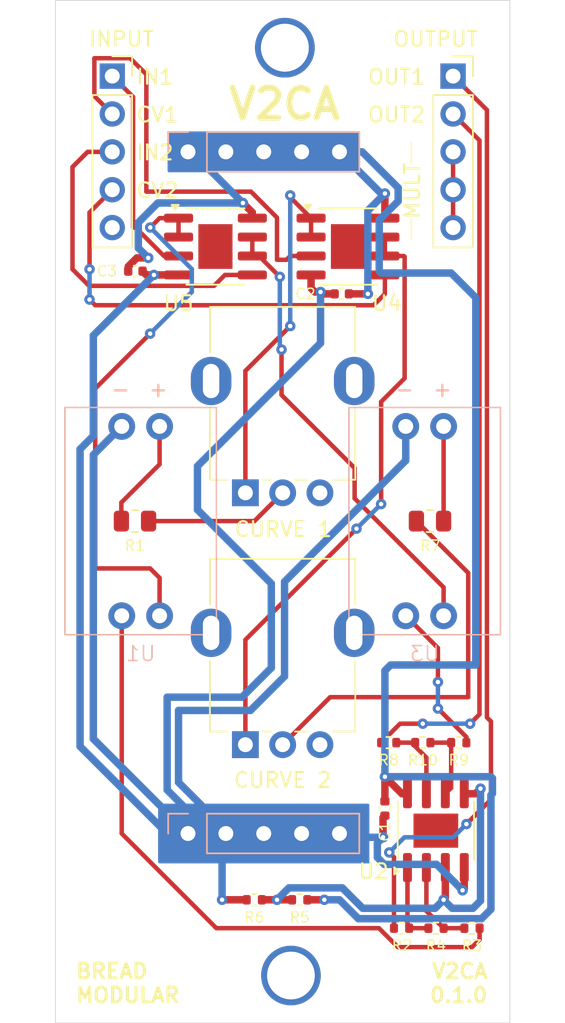
<source format=kicad_pcb>
(kicad_pcb (version 20240108) (generator "pcbnew") (generator_version "8.0")
  (layers (0 "F.Cu" signal) (31 "B.Cu" signal) (34 "B.Paste" user) (35 "F.Paste" user) (36 "B.SilkS" user "B.Silkscreen") (37 "F.SilkS" user "F.Silkscreen") (38 "B.Mask" user) (39 "F.Mask" user) (44 "Edge.Cuts" user))
  (net 0 "")
  (net 1 "GND")
  (net 2 "+5V")
  (net 3 "V2_IN")
  (net 4 "CV2_IN")
  (net 5 "V1_IN")
  (net 6 "CV1_IN")
  (net 8 "V2_OUT")
  (net 9 "Net-(OUTPUT1-Pin_3)")
  (net 10 "V1_OUT")
  (net 11 "Net-(R1-Pad1)")
  (net 12 "Net-(U1-+)")
  (net 13 "Net-(R2-Pad1)")
  (net 14 "Net-(R3-Pad1)")
  (net 15 "Net-(U2A--)")
  (net 16 "+2.5V")
  (net 17 "Net-(R7-Pad1)")
  (net 18 "Net-(U3-+)")
  (net 19 "Net-(R10-Pad2)")
  (net 20 "Net-(U2B--)")
  (net 21 "Net-(R9-Pad1)")
  (net 23 "Net-(U4A--)")
  (net 25 "Net-(U4B--)")
  (net 26 "Net-(U5A--)")
  (net 27 "Net-(U5B--)")
  (footprint "Capacitor_SMD:C_0402_1005Metric" (layer "F.Cu") (at 52.352 58.801)
    (property "Reference" "C3" (at -1.905 0 360) (layer "F.SilkS") (effects (font (size 0.7 0.7) (thickness 0.1))))
    (property "Value" "0.1uf")
    (fp_line (start -0.107836 -0.36) (end 0.107836 -0.36) (stroke (width 0.12)) (layer "F.SilkS"))
    (fp_line (start -0.107836 0.36) (end 0.107836 0.36) (stroke (width 0.12)) (layer "F.SilkS"))
    (pad "1" smd roundrect (at -0.48 0) (size 0.56 0.62) (layers "F.Cu" "F.Paste" "F.Mask") (net 2 "+5V"))
    (pad "2" smd roundrect (at 0.48 0) (size 0.56 0.62) (layers "F.Cu" "F.Paste" "F.Mask") (net 1 "GND"))
  )
  (footprint "Resistor_SMD:R_0402_1005Metric" (layer "F.Cu") (at 74.041 90.424 180)
    (property "Reference" "R9" (at 0 -1.17 360) (layer "F.SilkS") (effects (font (size 0.7 0.7) (thickness 0.1))))
    (property "Value" "10k")
    (fp_line (start -0.153641 0.38) (end 0.153641 0.38) (stroke (width 0.12)) (layer "F.SilkS"))
    (fp_line (start -0.153641 -0.38) (end 0.153641 -0.38) (stroke (width 0.12)) (layer "F.SilkS"))
    (pad "1" smd roundrect (at -0.51 0 180) (size 0.54 0.64) (layers "F.Cu" "F.Paste" "F.Mask") (net 21 "Net-(R9-Pad1)"))
    (pad "2" smd roundrect (at 0.51 0 180) (size 0.54 0.64) (layers "F.Cu" "F.Paste" "F.Mask") (net 20 "Net-(U2B--)"))
  )
  (footprint "BreadModular_Pots:Potentiometer_RV09" (layer "F.Cu") (at 59.73 73.67 90)
    (property "Reference" "RV1")
    (property "Value" "50k")
    (fp_line (start 0.88 -2.38) (end 5.6 -2.38) (stroke (width 0.12)) (layer "F.SilkS"))
    (fp_line (start 9.41 -2.37) (end 12.47 -2.37) (stroke (width 0.12)) (layer "F.SilkS"))
    (fp_line (start 0.88 -1.19) (end 0.88 -2.37) (stroke (width 0.12)) (layer "F.SilkS"))
    (fp_line (start 0.88 1.71) (end 0.88 1.18) (stroke (width 0.12)) (layer "F.SilkS"))
    (fp_line (start 0.88 4.16) (end 0.88 3.33) (stroke (width 0.12)) (layer "F.SilkS"))
    (fp_line (start 12.47 7.37) (end 12.47 -2.37) (stroke (width 0.12)) (layer "F.SilkS"))
    (fp_line (start 9.41 7.37) (end 12.47 7.37) (stroke (width 0.12)) (layer "F.SilkS"))
    (fp_line (start 0.88 7.37) (end 0.88 5.88) (stroke (width 0.12)) (layer "F.SilkS"))
    (fp_line (start 0.88 7.37) (end 5.6 7.37) (stroke (width 0.12)) (layer "F.SilkS"))
    (pad "" thru_hole oval (at 7.5 -2.3 180) (size 2.72 3.24) (drill oval 1.1 2.3) (layers "*.Cu" "*.Mask"))
    (pad "" thru_hole oval (at 7.5 7.3 180) (size 2.72 3.24) (drill oval 1.1 2.3) (layers "*.Cu" "*.Mask"))
    (pad "1" thru_hole rect (at 0 0 180) (size 1.8 1.8) (drill 1) (layers "*.Cu" "*.Mask") (net 23 "Net-(U4A--)"))
    (pad "2" thru_hole circle (at 0 2.5 180) (size 1.8 1.8) (drill 1) (layers "*.Cu" "*.Mask") (net 11 "Net-(R1-Pad1)"))
    (pad "3" thru_hole circle (at 0 5 180) (size 1.8 1.8) (drill 1) (layers "*.Cu" "*.Mask"))
  )
  (footprint "Resistor_SMD:R_0402_1005Metric" (layer "F.Cu") (at 71.63 90.424 180)
    (property "Reference" "R10" (at 0 -1.17 360) (layer "F.SilkS") (effects (font (size 0.7 0.7) (thickness 0.1))))
    (property "Value" "10k")
    (fp_line (start -0.153641 0.38) (end 0.153641 0.38) (stroke (width 0.12)) (layer "F.SilkS"))
    (fp_line (start -0.153641 -0.38) (end 0.153641 -0.38) (stroke (width 0.12)) (layer "F.SilkS"))
    (pad "1" smd roundrect (at -0.51 0 180) (size 0.54 0.64) (layers "F.Cu" "F.Paste" "F.Mask") (net 20 "Net-(U2B--)"))
    (pad "2" smd roundrect (at 0.51 0 180) (size 0.54 0.64) (layers "F.Cu" "F.Paste" "F.Mask") (net 19 "Net-(R10-Pad2)"))
  )
  (footprint "Package_SO:SOIC-8-1EP_3.9x4.9mm_P1.27mm_EP2.29x3mm" (layer "F.Cu") (at 57.72 57.15)
    (property "Reference" "U5" (at -2.475 3.81 0) (layer "F.SilkS"))
    (property "Value" "MCP6002-xSN")
    (fp_line (start 0 -2.56) (end -1.95 -2.56) (stroke (width 0.12)) (layer "F.SilkS"))
    (fp_line (start 0 -2.56) (end 1.95 -2.56) (stroke (width 0.12)) (layer "F.SilkS"))
    (fp_line (start 0 2.56) (end -1.95 2.56) (stroke (width 0.12)) (layer "F.SilkS"))
    (fp_line (start 0 2.56) (end 1.95 2.56) (stroke (width 0.12)) (layer "F.SilkS"))
    (fp_poly (pts (xy -2.7 -2.465) (xy -2.94 -2.795) (xy -2.46 -2.795) (xy -2.7 -2.465)) (stroke (width 0.12)) (fill solid) (layer "F.SilkS"))
    (pad "1" smd roundrect (at -2.475 -1.905) (size 1.95 0.6) (layers "F.Cu" "F.Paste" "F.Mask") (net 26 "Net-(U5A--)"))
    (pad "2" smd roundrect (at -2.475 -0.635) (size 1.95 0.6) (layers "F.Cu" "F.Paste" "F.Mask") (net 26 "Net-(U5A--)"))
    (pad "3" smd roundrect (at -2.475 0.635) (size 1.95 0.6) (layers "F.Cu" "F.Paste" "F.Mask") (net 5 "V1_IN"))
    (pad "4" smd roundrect (at -2.475 1.905) (size 1.95 0.6) (layers "F.Cu" "F.Paste" "F.Mask") (net 1 "GND"))
    (pad "5" smd roundrect (at 2.475 1.905) (size 1.95 0.6) (layers "F.Cu" "F.Paste" "F.Mask") (net 3 "V2_IN"))
    (pad "6" smd roundrect (at 2.475 0.635) (size 1.95 0.6) (layers "F.Cu" "F.Paste" "F.Mask") (net 27 "Net-(U5B--)"))
    (pad "7" smd roundrect (at 2.475 -0.635) (size 1.95 0.6) (layers "F.Cu" "F.Paste" "F.Mask") (net 27 "Net-(U5B--)"))
    (pad "8" smd roundrect (at 2.475 -1.905) (size 1.95 0.6) (layers "F.Cu" "F.Paste" "F.Mask") (net 2 "+5V"))
    (pad "9" smd rect (at 0 0) (size 2.29 3) (property pad_prop_heatsink) (layers "F.Cu" "F.Mask"))
  )
  (footprint "Connector_PinSocket_2.54mm:PinSocket_1x05_P2.54mm_Vertical" (layer "F.Cu") (at 73.66 45.72)
    (property "Reference" "OUTPUT1")
    (property "Value" "Conn_01x05_Socket")
    (fp_line (start -1.33 1.27) (end -1.33 11.49) (stroke (width 0.12)) (layer "F.SilkS"))
    (fp_line (start -1.33 1.27) (end 1.33 1.27) (stroke (width 0.12)) (layer "F.SilkS"))
    (fp_line (start -1.33 11.49) (end 1.33 11.49) (stroke (width 0.12)) (layer "F.SilkS"))
    (fp_line (start 0 -1.33) (end 1.33 -1.33) (stroke (width 0.12)) (layer "F.SilkS"))
    (fp_line (start 1.33 -1.33) (end 1.33 0) (stroke (width 0.12)) (layer "F.SilkS"))
    (fp_line (start 1.33 1.27) (end 1.33 11.49) (stroke (width 0.12)) (layer "F.SilkS"))
    (pad "1" thru_hole rect (at 0 0) (size 1.7 1.7) (drill 1) (layers "*.Cu" "*.Mask") (net 10 "V1_OUT"))
    (pad "2" thru_hole oval (at 0 2.54) (size 1.7 1.7) (drill 1) (layers "*.Cu" "*.Mask") (net 8 "V2_OUT"))
    (pad "3" thru_hole oval (at 0 5.08) (size 1.7 1.7) (drill 1) (layers "*.Cu" "*.Mask") (net 9 "Net-(OUTPUT1-Pin_3)"))
    (pad "4" thru_hole oval (at 0 7.62) (size 1.7 1.7) (drill 1) (layers "*.Cu" "*.Mask") (net 9 "Net-(OUTPUT1-Pin_3)"))
    (pad "5" thru_hole oval (at 0 10.16) (size 1.7 1.7) (drill 1) (layers "*.Cu" "*.Mask") (net 9 "Net-(OUTPUT1-Pin_3)"))
  )
  (footprint "Resistor_SMD:R_0402_1005Metric" (layer "F.Cu") (at 60.327 100.965 180)
    (property "Reference" "R6" (at 0 -1.17 360) (layer "F.SilkS") (effects (font (size 0.7 0.7) (thickness 0.1))))
    (property "Value" "1k")
    (fp_line (start -0.153641 0.38) (end 0.153641 0.38) (stroke (width 0.12)) (layer "F.SilkS"))
    (fp_line (start -0.153641 -0.38) (end 0.153641 -0.38) (stroke (width 0.12)) (layer "F.SilkS"))
    (pad "1" smd roundrect (at -0.51 0 180) (size 0.54 0.64) (layers "F.Cu" "F.Paste" "F.Mask") (net 16 "+2.5V"))
    (pad "2" smd roundrect (at 0.51 0 180) (size 0.54 0.64) (layers "F.Cu" "F.Paste" "F.Mask") (net 1 "GND"))
  )
  (footprint "Connector_PinSocket_2.54mm:PinSocket_1x05_P2.54mm_Vertical" (layer "F.Cu") (at 50.8 45.72)
    (property "Reference" "INPUT1")
    (property "Value" "Conn_01x05_Socket")
    (fp_line (start -1.33 1.27) (end -1.33 11.49) (stroke (width 0.12)) (layer "F.SilkS"))
    (fp_line (start -1.33 1.27) (end 1.33 1.27) (stroke (width 0.12)) (layer "F.SilkS"))
    (fp_line (start -1.33 11.49) (end 1.33 11.49) (stroke (width 0.12)) (layer "F.SilkS"))
    (fp_line (start 0 -1.33) (end 1.33 -1.33) (stroke (width 0.12)) (layer "F.SilkS"))
    (fp_line (start 1.33 -1.33) (end 1.33 0) (stroke (width 0.12)) (layer "F.SilkS"))
    (fp_line (start 1.33 1.27) (end 1.33 11.49) (stroke (width 0.12)) (layer "F.SilkS"))
    (pad "1" thru_hole rect (at 0 0) (size 1.7 1.7) (drill 1) (layers "*.Cu" "*.Mask") (net 5 "V1_IN"))
    (pad "2" thru_hole oval (at 0 2.54) (size 1.7 1.7) (drill 1) (layers "*.Cu" "*.Mask") (net 6 "CV1_IN"))
    (pad "3" thru_hole oval (at 0 5.08) (size 1.7 1.7) (drill 1) (layers "*.Cu" "*.Mask") (net 3 "V2_IN"))
    (pad "4" thru_hole oval (at 0 7.62) (size 1.7 1.7) (drill 1) (layers "*.Cu" "*.Mask") (net 4 "CV2_IN"))
    (pad "5" thru_hole oval (at 0 10.16) (size 1.7 1.7) (drill 1) (layers "*.Cu" "*.Mask"))
  )
  (footprint "Resistor_SMD:R_0402_1005Metric" (layer "F.Cu") (at 69.342 90.424 180)
    (property "Reference" "R8" (at 0 -1.17 360) (layer "F.SilkS") (effects (font (size 0.7 0.7) (thickness 0.1))))
    (property "Value" "1k")
    (fp_line (start -0.153641 0.38) (end 0.153641 0.38) (stroke (width 0.12)) (layer "F.SilkS"))
    (fp_line (start -0.153641 -0.38) (end 0.153641 -0.38) (stroke (width 0.12)) (layer "F.SilkS"))
    (pad "1" smd roundrect (at -0.51 0 180) (size 0.54 0.64) (layers "F.Cu" "F.Paste" "F.Mask") (net 19 "Net-(R10-Pad2)"))
    (pad "2" smd roundrect (at 0.51 0 180) (size 0.54 0.64) (layers "F.Cu" "F.Paste" "F.Mask") (net 8 "V2_OUT"))
  )
  (footprint "Capacitor_SMD:C_0402_1005Metric" (layer "F.Cu") (at 66.195 60.325 180)
    (property "Reference" "C2" (at 2.441 0 360) (layer "F.SilkS") (effects (font (size 0.7 0.7) (thickness 0.1))))
    (property "Value" "0.1uf")
    (fp_line (start -0.107836 0.36) (end 0.107836 0.36) (stroke (width 0.12)) (layer "F.SilkS"))
    (fp_line (start -0.107836 -0.36) (end 0.107836 -0.36) (stroke (width 0.12)) (layer "F.SilkS"))
    (pad "1" smd roundrect (at -0.48 0 180) (size 0.56 0.62) (layers "F.Cu" "F.Paste" "F.Mask") (net 2 "+5V"))
    (pad "2" smd roundrect (at 0.48 0 180) (size 0.56 0.62) (layers "F.Cu" "F.Paste" "F.Mask") (net 1 "GND"))
  )
  (footprint "Capacitor_SMD:C_0402_1005Metric" (layer "F.Cu") (at 69.088 94.841 -90)
    (property "Reference" "C1" (at 1.552 0 90) (layer "F.SilkS") (effects (font (size 0.7 0.7) (thickness 0.1))))
    (property "Value" "0.1uf")
    (fp_line (start -0.107836 0.36) (end 0.107836 0.36) (stroke (width 0.12)) (layer "F.SilkS"))
    (fp_line (start -0.107836 -0.36) (end 0.107836 -0.36) (stroke (width 0.12)) (layer "F.SilkS"))
    (pad "1" smd roundrect (at -0.48 0 270) (size 0.56 0.62) (layers "F.Cu" "F.Paste" "F.Mask") (net 2 "+5V"))
    (pad "2" smd roundrect (at 0.48 0 270) (size 0.56 0.62) (layers "F.Cu" "F.Paste" "F.Mask") (net 1 "GND"))
  )
  (footprint "Resistor_SMD:R_0402_1005Metric" (layer "F.Cu") (at 74.928 102.87 180)
    (property "Reference" "R3" (at 0 -1.17 360) (layer "F.SilkS") (effects (font (size 0.7 0.7) (thickness 0.1))))
    (property "Value" "10k")
    (fp_line (start -0.153641 0.38) (end 0.153641 0.38) (stroke (width 0.12)) (layer "F.SilkS"))
    (fp_line (start -0.153641 -0.38) (end 0.153641 -0.38) (stroke (width 0.12)) (layer "F.SilkS"))
    (pad "1" smd roundrect (at -0.51 0 180) (size 0.54 0.64) (layers "F.Cu" "F.Paste" "F.Mask") (net 14 "Net-(R3-Pad1)"))
    (pad "2" smd roundrect (at 0.51 0 180) (size 0.54 0.64) (layers "F.Cu" "F.Paste" "F.Mask") (net 15 "Net-(U2A--)"))
  )
  (footprint "Resistor_SMD:R_0402_1005Metric" (layer "F.Cu") (at 63.373 100.965 180)
    (property "Reference" "R5" (at 0 -1.17 360) (layer "F.SilkS") (effects (font (size 0.7 0.7) (thickness 0.1))))
    (property "Value" "1k")
    (fp_line (start -0.153641 0.38) (end 0.153641 0.38) (stroke (width 0.12)) (layer "F.SilkS"))
    (fp_line (start -0.153641 -0.38) (end 0.153641 -0.38) (stroke (width 0.12)) (layer "F.SilkS"))
    (pad "1" smd roundrect (at -0.51 0 180) (size 0.54 0.64) (layers "F.Cu" "F.Paste" "F.Mask") (net 2 "+5V"))
    (pad "2" smd roundrect (at 0.51 0 180) (size 0.54 0.64) (layers "F.Cu" "F.Paste" "F.Mask") (net 16 "+2.5V"))
  )
  (footprint "Package_SO:SOIC-8-1EP_3.9x4.9mm_P1.27mm_EP2.29x3mm" (layer "F.Cu") (at 72.505 96.328 90)
    (property "Reference" "U2" (at -2.732 -4.179 180) (layer "F.SilkS"))
    (property "Value" "MCP6002-xSN")
    (fp_line (start 0 -2.56) (end 1.95 -2.56) (stroke (width 0.12)) (layer "F.SilkS"))
    (fp_line (start 0 -2.56) (end -1.95 -2.56) (stroke (width 0.12)) (layer "F.SilkS"))
    (fp_line (start 0 2.56) (end 1.95 2.56) (stroke (width 0.12)) (layer "F.SilkS"))
    (fp_line (start 0 2.56) (end -1.95 2.56) (stroke (width 0.12)) (layer "F.SilkS"))
    (fp_poly (pts (xy -2.7 -2.465) (xy -2.94 -2.795) (xy -2.46 -2.795) (xy -2.7 -2.465)) (stroke (width 0.12)) (fill solid) (layer "F.SilkS"))
    (pad "1" smd roundrect (at -2.475 -1.905 90) (size 1.95 0.6) (layers "F.Cu" "F.Paste" "F.Mask") (net 13 "Net-(R2-Pad1)"))
    (pad "2" smd roundrect (at -2.475 -0.635 90) (size 1.95 0.6) (layers "F.Cu" "F.Paste" "F.Mask") (net 15 "Net-(U2A--)"))
    (pad "3" smd roundrect (at -2.475 0.635 90) (size 1.95 0.6) (layers "F.Cu" "F.Paste" "F.Mask") (net 16 "+2.5V"))
    (pad "4" smd roundrect (at -2.475 1.905 90) (size 1.95 0.6) (layers "F.Cu" "F.Paste" "F.Mask") (net 1 "GND"))
    (pad "5" smd roundrect (at 2.475 1.905 90) (size 1.95 0.6) (layers "F.Cu" "F.Paste" "F.Mask") (net 16 "+2.5V"))
    (pad "6" smd roundrect (at 2.475 0.635 90) (size 1.95 0.6) (layers "F.Cu" "F.Paste" "F.Mask") (net 20 "Net-(U2B--)"))
    (pad "7" smd roundrect (at 2.475 -0.635 90) (size 1.95 0.6) (layers "F.Cu" "F.Paste" "F.Mask") (net 19 "Net-(R10-Pad2)"))
    (pad "8" smd roundrect (at 2.475 -1.905 90) (size 1.95 0.6) (layers "F.Cu" "F.Paste" "F.Mask") (net 2 "+5V"))
    (pad "9" smd rect (at 0 0 90) (size 2.29 3) (property pad_prop_heatsink) (layers "F.Cu" "F.Mask"))
  )
  (footprint "BreadModular_Pots:Potentiometer_RV09" (layer "F.Cu") (at 59.73 90.561 90)
    (property "Reference" "RV2")
    (property "Value" "50k")
    (fp_line (start 0.88 -2.38) (end 5.6 -2.38) (stroke (width 0.12)) (layer "F.SilkS"))
    (fp_line (start 9.41 -2.37) (end 12.47 -2.37) (stroke (width 0.12)) (layer "F.SilkS"))
    (fp_line (start 0.88 -1.19) (end 0.88 -2.37) (stroke (width 0.12)) (layer "F.SilkS"))
    (fp_line (start 0.88 1.71) (end 0.88 1.18) (stroke (width 0.12)) (layer "F.SilkS"))
    (fp_line (start 0.88 4.16) (end 0.88 3.33) (stroke (width 0.12)) (layer "F.SilkS"))
    (fp_line (start 12.47 7.37) (end 12.47 -2.37) (stroke (width 0.12)) (layer "F.SilkS"))
    (fp_line (start 9.41 7.37) (end 12.47 7.37) (stroke (width 0.12)) (layer "F.SilkS"))
    (fp_line (start 0.88 7.37) (end 0.88 5.88) (stroke (width 0.12)) (layer "F.SilkS"))
    (fp_line (start 0.88 7.37) (end 5.6 7.37) (stroke (width 0.12)) (layer "F.SilkS"))
    (pad "" thru_hole oval (at 7.5 -2.3 180) (size 2.72 3.24) (drill oval 1.1 2.3) (layers "*.Cu" "*.Mask"))
    (pad "" thru_hole oval (at 7.5 7.3 180) (size 2.72 3.24) (drill oval 1.1 2.3) (layers "*.Cu" "*.Mask"))
    (pad "1" thru_hole rect (at 0 0 180) (size 1.8 1.8) (drill 1) (layers "*.Cu" "*.Mask") (net 25 "Net-(U4B--)"))
    (pad "2" thru_hole circle (at 0 2.5 180) (size 1.8 1.8) (drill 1) (layers "*.Cu" "*.Mask") (net 17 "Net-(R7-Pad1)"))
    (pad "3" thru_hole circle (at 0 5 180) (size 1.8 1.8) (drill 1) (layers "*.Cu" "*.Mask"))
  )
  (footprint "Resistor_SMD:R_0402_1005Metric" (layer "F.Cu") (at 70.205 102.867 180)
    (property "Reference" "R2" (at -0.026 -1.146 360) (layer "F.SilkS") (effects (font (size 0.7 0.7) (thickness 0.1))))
    (property "Value" "1k")
    (fp_line (start -0.153641 0.38) (end 0.153641 0.38) (stroke (width 0.12)) (layer "F.SilkS"))
    (fp_line (start -0.153641 -0.38) (end 0.153641 -0.38) (stroke (width 0.12)) (layer "F.SilkS"))
    (pad "1" smd roundrect (at -0.51 0 180) (size 0.54 0.64) (layers "F.Cu" "F.Paste" "F.Mask") (net 13 "Net-(R2-Pad1)"))
    (pad "2" smd roundrect (at 0.51 0 180) (size 0.54 0.64) (layers "F.Cu" "F.Paste" "F.Mask") (net 10 "V1_OUT"))
  )
  (footprint "Resistor_SMD:R_0805_2012Metric" (layer "F.Cu") (at 72.1125 75.565)
    (property "Reference" "R7" (at 0.0235 1.651 0) (layer "F.SilkS") (effects (font (size 0.7 0.7) (thickness 0.1))))
    (property "Value" "330")
    (fp_line (start -0.227064 -0.735) (end 0.227064 -0.735) (stroke (width 0.12)) (layer "F.SilkS"))
    (fp_line (start -0.227064 0.735) (end 0.227064 0.735) (stroke (width 0.12)) (layer "F.SilkS"))
    (pad "1" smd roundrect (at -0.9125 0) (size 1.025 1.4) (layers "F.Cu" "F.Paste" "F.Mask") (roundrect_rratio 0.243902) (net 17 "Net-(R7-Pad1)"))
    (pad "2" smd roundrect (at 0.9125 0) (size 1.025 1.4) (layers "F.Cu" "F.Paste" "F.Mask") (roundrect_rratio 0.243902) (net 18 "Net-(U3-+)"))
  )
  (footprint "Resistor_SMD:R_0805_2012Metric" (layer "F.Cu") (at 52.324 75.565 180)
    (property "Reference" "R1" (at 0 -1.65 0) (layer "F.SilkS") (effects (font (size 0.7 0.7) (thickness 0.1))))
    (property "Value" "330")
    (fp_line (start -0.227064 0.735) (end 0.227064 0.735) (stroke (width 0.12)) (layer "F.SilkS"))
    (fp_line (start -0.227064 -0.735) (end 0.227064 -0.735) (stroke (width 0.12)) (layer "F.SilkS"))
    (pad "1" smd roundrect (at -0.9125 0 180) (size 1.025 1.4) (layers "F.Cu" "F.Paste" "F.Mask") (roundrect_rratio 0.243902) (net 11 "Net-(R1-Pad1)"))
    (pad "2" smd roundrect (at 0.9125 0 180) (size 1.025 1.4) (layers "F.Cu" "F.Paste" "F.Mask") (roundrect_rratio 0.243902) (net 12 "Net-(U1-+)"))
  )
  (footprint "Package_SO:SOIC-8-1EP_3.9x4.9mm_P1.27mm_EP2.29x3mm" (layer "F.Cu") (at 66.61 57.15)
    (property "Reference" "U4" (at 2.605 3.81 0) (layer "F.SilkS"))
    (property "Value" "MCP6002-xSN")
    (fp_line (start 0 -2.56) (end -1.95 -2.56) (stroke (width 0.12)) (layer "F.SilkS"))
    (fp_line (start 0 -2.56) (end 1.95 -2.56) (stroke (width 0.12)) (layer "F.SilkS"))
    (fp_line (start 0 2.56) (end -1.95 2.56) (stroke (width 0.12)) (layer "F.SilkS"))
    (fp_line (start 0 2.56) (end 1.95 2.56) (stroke (width 0.12)) (layer "F.SilkS"))
    (fp_poly (pts (xy -2.7 -2.465) (xy -2.94 -2.795) (xy -2.46 -2.795) (xy -2.7 -2.465)) (stroke (width 0.12)) (fill solid) (layer "F.SilkS"))
    (pad "1" smd roundrect (at -2.475 -1.905) (size 1.95 0.6) (layers "F.Cu" "F.Paste" "F.Mask") (net 23 "Net-(U4A--)"))
    (pad "2" smd roundrect (at -2.475 -0.635) (size 1.95 0.6) (layers "F.Cu" "F.Paste" "F.Mask") (net 23 "Net-(U4A--)"))
    (pad "3" smd roundrect (at -2.475 0.635) (size 1.95 0.6) (layers "F.Cu" "F.Paste" "F.Mask") (net 6 "CV1_IN"))
    (pad "4" smd roundrect (at -2.475 1.905) (size 1.95 0.6) (layers "F.Cu" "F.Paste" "F.Mask") (net 1 "GND"))
    (pad "5" smd roundrect (at 2.475 1.905) (size 1.95 0.6) (layers "F.Cu" "F.Paste" "F.Mask") (net 4 "CV2_IN"))
    (pad "6" smd roundrect (at 2.475 0.635) (size 1.95 0.6) (layers "F.Cu" "F.Paste" "F.Mask") (net 25 "Net-(U4B--)"))
    (pad "7" smd roundrect (at 2.475 -0.635) (size 1.95 0.6) (layers "F.Cu" "F.Paste" "F.Mask") (net 25 "Net-(U4B--)"))
    (pad "8" smd roundrect (at 2.475 -1.905) (size 1.95 0.6) (layers "F.Cu" "F.Paste" "F.Mask") (net 2 "+5V"))
    (pad "9" smd rect (at 0 0) (size 2.29 3) (property pad_prop_heatsink) (layers "F.Cu" "F.Mask"))
  )
  (footprint "Resistor_SMD:R_0402_1005Metric" (layer "F.Cu") (at 72.515 102.87 180)
    (property "Reference" "R4" (at 0 -1.17 360) (layer "F.SilkS") (effects (font (size 0.7 0.7) (thickness 0.1))))
    (property "Value" "10k")
    (fp_line (start -0.153641 0.38) (end 0.153641 0.38) (stroke (width 0.12)) (layer "F.SilkS"))
    (fp_line (start -0.153641 -0.38) (end 0.153641 -0.38) (stroke (width 0.12)) (layer "F.SilkS"))
    (pad "1" smd roundrect (at -0.51 0 180) (size 0.54 0.64) (layers "F.Cu" "F.Paste" "F.Mask") (net 15 "Net-(U2A--)"))
    (pad "2" smd roundrect (at 0.51 0 180) (size 0.54 0.64) (layers "F.Cu" "F.Paste" "F.Mask") (net 13 "Net-(R2-Pad1)"))
  )
  (footprint "BreadModular_MISC:VTL5C" (layer "B.Cu") (at 71.755 75.565 180)
    (property "Reference" "U3" (at 0 -8.89 0) (layer "B.SilkS") (effects (font (thickness 0.1)) (justify mirror)))
    (property "Value" "VTL5C")
    (fp_line (start 5.08 7.62) (end 2.54 7.62) (stroke (width 0.1)) (layer "B.SilkS"))
    (fp_line (start 5.08 -7.62) (end 5.08 7.62) (stroke (width 0.1)) (layer "B.SilkS"))
    (fp_line (start 2.54 7.62) (end -2.54 7.62) (stroke (width 0.1)) (layer "B.SilkS"))
    (fp_line (start -2.54 7.62) (end -5.08 7.62) (stroke (width 0.1)) (layer "B.SilkS"))
    (fp_line (start -5.08 7.62) (end -5.08 -7.62) (stroke (width 0.1)) (layer "B.SilkS"))
    (fp_line (start -5.08 -7.62) (end 5.08 -7.62) (stroke (width 0.1)) (layer "B.SilkS"))
    (fp_text user "-" (at 0.635 8.255 0) (layer "B.SilkS") (effects (justify left bottom mirror)))
    (fp_text user "+" (at -1.905 8.255 0) (layer "B.SilkS") (effects (justify left bottom mirror)))
    (pad "1" thru_hole circle (at 1.27 6.35 180) (size 1.8 1.8) (drill 1) (layers "*.Cu" "*.Mask") (net 1 "GND"))
    (pad "2" thru_hole circle (at -1.27 6.35 90) (size 1.8 1.8) (drill 1) (layers "*.Cu" "*.Mask") (net 18 "Net-(U3-+)"))
    (pad "3" thru_hole circle (at 1.27 -6.35 180) (size 1.8 1.8) (drill 1) (layers "*.Cu" "*.Mask") (net 21 "Net-(R9-Pad1)"))
    (pad "4" thru_hole circle (at -1.27 -6.35 180) (size 1.8 1.8) (drill 1) (layers "*.Cu" "*.Mask") (net 27 "Net-(U5B--)"))
  )
  (footprint "Connector_PinHeader_2.54mm:PinHeader_1x05_P2.54mm_Vertical" (layer "B.Cu") (at 55.88 96.52 -90)
    (property "Reference" "GND1" (hide yes))
    (property "Value" "Conn_01x05_Pin")
    (fp_line (start -1.33 1.33) (end -1.33 0) (stroke (width 0.12)) (layer "B.SilkS"))
    (fp_line (start 0 1.33) (end -1.33 1.33) (stroke (width 0.12)) (layer "B.SilkS"))
    (fp_line (start 1.33 -1.27) (end -1.33 -1.27) (stroke (width 0.12)) (layer "B.SilkS"))
    (fp_line (start -1.33 -11.49) (end -1.33 -1.27) (stroke (width 0.12)) (layer "B.SilkS"))
    (fp_line (start 1.33 -11.49) (end 1.33 -1.27) (stroke (width 0.12)) (layer "B.SilkS"))
    (fp_line (start 1.33 -11.49) (end -1.33 -11.49) (stroke (width 0.12)) (layer "B.SilkS"))
    (pad "1" thru_hole rect (at 0 0 270) (size 1.7 1.7) (drill 1) (layers "*.Cu" "*.Mask") (net 1 "GND"))
    (pad "2" thru_hole oval (at 0 -2.54 270) (size 1.7 1.7) (drill 1) (layers "*.Cu" "*.Mask") (net 1 "GND"))
    (pad "3" thru_hole oval (at 0 -5.08 270) (size 1.7 1.7) (drill 1) (layers "*.Cu" "*.Mask") (net 1 "GND"))
    (pad "4" thru_hole oval (at 0 -7.62 270) (size 1.7 1.7) (drill 1) (layers "*.Cu" "*.Mask") (net 1 "GND"))
    (pad "5" thru_hole oval (at 0 -10.16 270) (size 1.7 1.7) (drill 1) (layers "*.Cu" "*.Mask") (net 1 "GND"))
  )
  (footprint "Connector_PinHeader_2.54mm:PinHeader_1x05_P2.54mm_Vertical" (layer "B.Cu") (at 55.88 50.8 -90)
    (property "Reference" "5V1" (hide yes))
    (property "Value" "Conn_01x05_Pin")
    (fp_line (start -1.33 1.33) (end -1.33 0) (stroke (width 0.12)) (layer "B.SilkS"))
    (fp_line (start 0 1.33) (end -1.33 1.33) (stroke (width 0.12)) (layer "B.SilkS"))
    (fp_line (start 1.33 -1.27) (end -1.33 -1.27) (stroke (width 0.12)) (layer "B.SilkS"))
    (fp_line (start -1.33 -11.49) (end -1.33 -1.27) (stroke (width 0.12)) (layer "B.SilkS"))
    (fp_line (start 1.33 -11.49) (end 1.33 -1.27) (stroke (width 0.12)) (layer "B.SilkS"))
    (fp_line (start 1.33 -11.49) (end -1.33 -11.49) (stroke (width 0.12)) (layer "B.SilkS"))
    (pad "1" thru_hole rect (at 0 0 270) (size 1.7 1.7) (drill 1) (layers "*.Cu" "*.Mask") (net 2 "+5V"))
    (pad "2" thru_hole oval (at 0 -2.54 270) (size 1.7 1.7) (drill 1) (layers "*.Cu" "*.Mask") (net 2 "+5V"))
    (pad "3" thru_hole oval (at 0 -5.08 270) (size 1.7 1.7) (drill 1) (layers "*.Cu" "*.Mask") (net 2 "+5V"))
    (pad "4" thru_hole oval (at 0 -7.62 270) (size 1.7 1.7) (drill 1) (layers "*.Cu" "*.Mask") (net 2 "+5V"))
    (pad "5" thru_hole oval (at 0 -10.16 270) (size 1.7 1.7) (drill 1) (layers "*.Cu" "*.Mask") (net 2 "+5V"))
  )
  (footprint "BreadModular_MISC:VTL5C" (layer "B.Cu") (at 52.705 75.565 180)
    (property "Reference" "U1" (at 0 -8.89 0) (layer "B.SilkS") (effects (font (thickness 0.1)) (justify mirror)))
    (property "Value" "VTL5C")
    (fp_line (start 5.08 7.62) (end 2.54 7.62) (stroke (width 0.1)) (layer "B.SilkS"))
    (fp_line (start 5.08 -7.62) (end 5.08 7.62) (stroke (width 0.1)) (layer "B.SilkS"))
    (fp_line (start 2.54 7.62) (end -2.54 7.62) (stroke (width 0.1)) (layer "B.SilkS"))
    (fp_line (start -2.54 7.62) (end -5.08 7.62) (stroke (width 0.1)) (layer "B.SilkS"))
    (fp_line (start -5.08 7.62) (end -5.08 -7.62) (stroke (width 0.1)) (layer "B.SilkS"))
    (fp_line (start -5.08 -7.62) (end 5.08 -7.62) (stroke (width 0.1)) (layer "B.SilkS"))
    (fp_text user "-" (at 0.635 8.255 0) (layer "B.SilkS") (effects (justify left bottom mirror)))
    (fp_text user "+" (at -1.905 8.255 0) (layer "B.SilkS") (effects (justify left bottom mirror)))
    (pad "1" thru_hole circle (at 1.27 6.35 180) (size 1.8 1.8) (drill 1) (layers "*.Cu" "*.Mask") (net 1 "GND"))
    (pad "2" thru_hole circle (at -1.27 6.35 90) (size 1.8 1.8) (drill 1) (layers "*.Cu" "*.Mask") (net 12 "Net-(U1-+)"))
    (pad "3" thru_hole circle (at 1.27 -6.35 180) (size 1.8 1.8) (drill 1) (layers "*.Cu" "*.Mask") (net 14 "Net-(R3-Pad1)"))
    (pad "4" thru_hole circle (at -1.27 -6.35 180) (size 1.8 1.8) (drill 1) (layers "*.Cu" "*.Mask") (net 26 "Net-(U5A--)"))
  )
  (gr_poly (pts (xy 67.945 94.615) (xy 67.945 98.425) (xy 53.975 98.425) (xy 53.975 94.615)) (stroke (width 0.2)) (fill solid) (layer "B.Cu") (net 1))
  (gr_poly (pts (xy 54.61 49.53) (xy 67.31 49.53) (xy 67.31 52.07) (xy 54.61 52.07)) (stroke (width 0.2)) (fill solid) (layer "B.Cu") (net 2))
  (gr_line (start 70.866 55.3085) (end 70.866 56.7055) (stroke (width 0.1)) (layer "F.SilkS"))
  (gr_line (start 70.866 50.165) (end 70.866 51.562) (stroke (width 0.1)) (layer "F.SilkS"))
  (gr_line (start 46.99 109.22) (end 77.47 109.22) (stroke (width 0.05)) (layer "Edge.Cuts"))
  (gr_line (start 77.47 40.64) (end 46.99 40.64) (stroke (width 0.05)) (layer "Edge.Cuts"))
  (gr_line (start 46.99 40.64) (end 46.99 109.22) (stroke (width 0.05)) (layer "Edge.Cuts"))
  (gr_line (start 77.47 109.22) (end 77.47 40.64) (stroke (width 0.05)) (layer "Edge.Cuts"))
  (gr_text "CURVE 1" (at 62.267835 76.70006 0) (layer "F.SilkS") (effects (font (size 1 1)) (justify bottom)))
  (gr_text "INPUT" (at 49.149 43.815 0) (layer "F.SilkS") (effects (font (size 1 1)) (justify left bottom)))
  (gr_text "CURVE 2" (at 62.23126 93.524987 0) (layer "F.SilkS") (effects (font (size 1 1)) (justify bottom)))
  (gr_text "CV2" (at 52.324 53.975 0) (layer "F.SilkS") (effects (font (size 1 1)) (justify left bottom)))
  (gr_text "OUT1" (at 71.882 46.355 0) (layer "F.SilkS") (effects (font (size 1 1)) (justify right bottom)))
  (gr_text "OUTPUT" (at 75.438 43.815 0) (layer "F.SilkS") (effects (font (size 1 1)) (justify right bottom)))
  (gr_text "IN2" (at 52.324 51.435 0) (layer "F.SilkS") (effects (font (size 1 1)) (justify left bottom)))
  (gr_text "MULT" (at 71.501 51.435 90) (layer "F.SilkS") (effects (font (size 1 1)) (justify right bottom)))
  (gr_text "CV1" (at 52.324 48.895 0) (layer "F.SilkS") (effects (font (size 1 1)) (justify left bottom)))
  (gr_text "V2CA\n0.1.0" (at 76.073 107.95 0) (layer "F.SilkS") (effects (font (size 1 1) (thickness 0.2) (bold yes)) (justify right bottom)))
  (gr_text "V2CA" (at 58.42 48.768 0) (layer "F.SilkS") (effects (font (size 2 2) (thickness 0.4) (bold yes)) (justify left bottom)))
  (gr_text "OUT2" (at 71.882 48.895 0) (layer "F.SilkS") (effects (font (size 1 1)) (justify right bottom)))
  (gr_text "IN1" (at 52.324 46.355 0) (layer "F.SilkS") (effects (font (size 1 1)) (justify left bottom)))
  (gr_text "BREAD\nMODULAR" (at 48.26 107.95 0) (layer "F.SilkS") (effects (font (size 1 1) (thickness 0.2) (bold yes)) (justify left bottom)))
  (via (at 62.37758 43.815) (size 4) (drill 3.2) (layers "F.Cu" "B.Cu") (net 0))
  (via (at 62.37758 43.815) (size 4) (drill 3.2) (layers "F.Cu" "B.Cu") (net 0))
  (via (at 62.784908 106.045) (size 4) (drill 3.2) (layers "F.Cu" "B.Cu") (net 0))
  (via (at 62.37758 43.815) (size 4) (drill 3.2) (layers "F.Cu" "B.Cu") (net 0))
  (via (at 62.37758 43.815) (size 4) (drill 3.2) (layers "F.Cu" "B.Cu") (net 0))
  (segment (start 55.245 59.055) (end 53.594 59.055) (width 0.5) (layer "F.Cu") (net 1))
  (segment (start 68.961 95.448) (end 69.088 95.321) (width 0.5) (layer "F.Cu") (net 1))
  (segment (start 53.594 59.055) (end 53.086 59.055) (width 0.5) (layer "F.Cu") (net 1))
  (segment (start 55.88 96.52) (end 66.04 96.52) (width 0.5) (layer "F.Cu") (net 1))
  (segment (start 53.086 59.055) (end 52.832 58.801) (width 0.5) (layer "F.Cu") (net 1))
  (segment (start 64.897 60.198) (end 65.024 60.325) (width 0.5) (layer "F.Cu") (net 1))
  (segment (start 68.961 96.774) (end 68.961 95.448) (width 0.5) (layer "F.Cu") (net 1))
  (segment (start 64.77 60.198) (end 64.897 60.198) (width 0.5) (layer "F.Cu") (net 1))
  (segment (start 64.135 59.944) (end 64.389 60.198) (width 0.5) (layer "F.Cu") (net 1))
  (segment (start 64.389 60.198) (end 64.77 60.198) (width 0.5) (layer "F.Cu") (net 1))
  (segment (start 64.135 59.055) (end 64.135 59.944) (width 0.5) (layer "F.Cu") (net 1))
  (segment (start 59.817 100.965) (end 58.166 100.965) (width 0.5) (layer "F.Cu") (net 1))
  (segment (start 65.024 60.325) (end 65.715 60.325) (width 0.5) (layer "F.Cu") (net 1))
  (segment (start 74.295 100.33) (end 74.41 100.215) (width 0.5) (layer "F.Cu") (net 1))
  (segment (start 74.41 100.215) (end 74.41 98.803) (width 0.5) (layer "F.Cu") (net 1))
  (via (at 68.961 96.774) (size 0.7) (drill 0.3) (layers "F.Cu" "B.Cu") (net 1))
  (via (at 64.77 60.198) (size 0.7) (drill 0.3) (layers "F.Cu" "B.Cu") (net 1))
  (via (at 74.295 100.33) (size 0.7) (drill 0.3) (layers "F.Cu" "B.Cu") (net 1))
  (via (at 53.594 59.055) (size 0.7) (drill 0.3) (layers "F.Cu" "B.Cu") (net 1))
  (via (at 58.166 100.965) (size 0.7) (drill 0.3) (layers "F.Cu" "B.Cu") (net 1))
  (segment (start 74.295 100.33) (end 72.555 98.59) (width 0.5) (layer "B.Cu") (net 1))
  (segment (start 56.515 74.803) (end 61.468 79.756) (width 0.5) (layer "B.Cu") (net 1))
  (segment (start 48.641 70.739) (end 48.641 90.678) (width 0.5) (layer "B.Cu") (net 1))
  (segment (start 55.245 93.091) (end 56.769 94.615) (width 0.5) (layer "B.Cu") (net 1))
  (segment (start 54.483 93.599) (end 55.88 94.996) (width 0.5) (layer "B.Cu") (net 1))
  (segment (start 54.483 87.376) (end 54.483 93.599) (width 0.5) (layer "B.Cu") (net 1))
  (segment (start 56.769 95.631) (end 55.88 96.52) (width 0.5) (layer "B.Cu") (net 1))
  (segment (start 68.58 98.121371) (end 68.58 97.155) (width 0.5) (layer "B.Cu") (net 1))
  (segment (start 59.4995 87.376) (end 54.483 87.376) (width 0.5) (layer "B.Cu") (net 1))
  (segment (start 64.77 63.627) (end 56.515 71.882) (width 0.5) (layer "B.Cu") (net 1))
  (segment (start 48.641 90.678) (end 54.483 96.52) (width 0.5) (layer "B.Cu") (net 1))
  (segment (start 70.485 69.215) (end 70.485 71.501) (width 0.5) (layer "B.Cu") (net 1))
  (segment (start 70.485 71.501) (end 62.357 79.629) (width 0.5) (layer "B.Cu") (net 1))
  (segment (start 53.594 59.055) (end 49.53 63.119) (width 0.5) (layer "B.Cu") (net 1))
  (segment (start 51.435 69.215) (end 49.53 71.12) (width 0.5) (layer "B.Cu") (net 1))
  (segment (start 49.53 63.119) (end 49.53 69.85) (width 0.5) (layer "B.Cu") (net 1))
  (segment (start 69.048629 98.59) (end 68.58 98.121371) (width 0.5) (layer "B.Cu") (net 1))
  (segment (start 61.468 79.756) (end 61.468 85.4075) (width 0.5) (layer "B.Cu") (net 1))
  (segment (start 64.77 60.198) (end 64.77 63.627) (width 0.5) (layer "B.Cu") (net 1))
  (segment (start 68.58 97.155) (end 68.961 96.774) (width 0.5) (layer "B.Cu") (net 1))
  (segment (start 68.961 96.774) (end 66.294 96.774) (width 0.5) (layer "B.Cu") (net 1))
  (segment (start 60.071 88.265) (end 55.245 88.265) (width 0.5) (layer "B.Cu") (net 1))
  (segment (start 62.357 85.979) (end 60.071 88.265) (width 0.5) (layer "B.Cu") (net 1))
  (segment (start 62.357 79.629) (end 62.357 85.979) (width 0.5) (layer "B.Cu") (net 1))
  (segment (start 56.769 94.615) (end 56.769 95.631) (width 0.5) (layer "B.Cu") (net 1))
  (segment (start 54.483 96.52) (end 55.88 96.52) (width 0.5) (layer "B.Cu") (net 1))
  (segment (start 56.515 71.882) (end 56.515 74.803) (width 0.5) (layer "B.Cu") (net 1))
  (segment (start 55.88 94.996) (end 55.88 96.52) (width 0.5) (layer "B.Cu") (net 1))
  (segment (start 66.294 96.774) (end 66.04 96.52) (width 0.5) (layer "B.Cu") (net 1))
  (segment (start 72.555 98.59) (end 69.048629 98.59) (width 0.5) (layer "B.Cu") (net 1))
  (segment (start 58.166 96.774) (end 58.42 96.52) (width 0.5) (layer "B.Cu") (net 1))
  (segment (start 61.468 85.4075) (end 59.4995 87.376) (width 0.5) (layer "B.Cu") (net 1))
  (segment (start 49.53 90.17) (end 55.88 96.52) (width 0.5) (layer "B.Cu") (net 1))
  (segment (start 58.166 100.965) (end 58.166 96.774) (width 0.5) (layer "B.Cu") (net 1))
  (segment (start 55.245 88.265) (end 55.245 93.091) (width 0.5) (layer "B.Cu") (net 1))
  (segment (start 49.53 71.12) (end 49.53 90.17) (width 0.5) (layer "B.Cu") (net 1))
  (segment (start 49.53 69.85) (end 48.641 70.739) (width 0.5) (layer "B.Cu") (net 1))
  (segment (start 69.085 55.245) (end 69.085 53.597) (width 0.5) (layer "F.Cu") (net 2))
  (segment (start 51.872 58.801) (end 51.872 58.491001) (width 0.5) (layer "F.Cu") (net 2))
  (segment (start 69.088 92.71) (end 70.231 93.853) (width 0.5) (layer "F.Cu") (net 2))
  (segment (start 66.675 60.325) (end 67.945 60.325) (width 0.5) (layer "F.Cu") (net 2))
  (segment (start 69.085 53.597) (end 69.088 53.594) (width 0.5) (layer "F.Cu") (net 2))
  (segment (start 52.451001 57.912) (end 53.213 57.912) (width 0.5) (layer "F.Cu") (net 2))
  (segment (start 60.195 54.861) (end 59.563 54.229) (width 0.5) (layer "F.Cu") (net 2))
  (segment (start 63.883 100.965) (end 65.024 100.965) (width 0.5) (layer "F.Cu") (net 2))
  (segment (start 60.195 55.245) (end 60.195 54.861) (width 0.5) (layer "F.Cu") (net 2))
  (segment (start 69.088 92.71) (end 69.088 94.361) (width 0.5) (layer "F.Cu") (net 2))
  (segment (start 55.88 50.8) (end 66.04 50.8) (width 0.5) (layer "F.Cu") (net 2))
  (segment (start 70.231 93.853) (end 70.6 93.853) (width 0.5) (layer "F.Cu") (net 2))
  (segment (start 51.872 58.491001) (end 52.451001 57.912) (width 0.5) (layer "F.Cu") (net 2))
  (via (at 67.945 60.325) (size 0.7) (drill 0.3) (layers "F.Cu" "B.Cu") (net 2))
  (via (at 59.563 54.229) (size 0.7) (drill 0.3) (layers "F.Cu" "B.Cu") (net 2))
  (via (at 69.088 92.71) (size 0.7) (drill 0.3) (layers "F.Cu" "B.Cu") (net 2))
  (via (at 65.024 100.965) (size 0.7) (drill 0.3) (layers "F.Cu" "B.Cu") (net 2))
  (via (at 53.213 57.912) (size 0.7) (drill 0.3) (layers "F.Cu" "B.Cu") (net 2))
  (via (at 69.088 53.594) (size 0.7) (drill 0.3) (layers "F.Cu" "B.Cu") (net 2))
  (segment (start 76.2 101.6) (end 76.2 93.941371) (width 0.5) (layer "B.Cu") (net 2))
  (segment (start 69.088 53.594) (end 68.834 53.594) (width 0.5) (layer "B.Cu") (net 2))
  (segment (start 69.088 92.71) (end 69.088 85.598) (width 0.5) (layer "B.Cu") (net 2))
  (segment (start 56.134 51.054) (end 55.88 50.8) (width 0.5) (layer "B.Cu") (net 2))
  (segment (start 69.977 54.102) (end 69.977 53.213) (width 0.5) (layer "B.Cu") (net 2))
  (segment (start 56.134 50.8) (end 55.88 50.8) (width 0.5) (layer "B.Cu") (net 2))
  (segment (start 68.707 55.372) (end 69.977 54.102) (width 0.5) (layer "B.Cu") (net 2))
  (segment (start 69.088 85.598) (end 69.469 85.217) (width 0.5) (layer "B.Cu") (net 2))
  (segment (start 75.184 60.579) (end 73.533 58.928) (width 0.5) (layer "B.Cu") (net 2))
  (segment (start 65.024 100.965) (end 66.04 100.965) (width 0.5) (layer "B.Cu") (net 2))
  (segment (start 53.213 57.912) (end 52.547476 57.246476) (width 0.5) (layer "B.Cu") (net 2))
  (segment (start 69.469 85.217) (end 75.184 85.217) (width 0.5) (layer "B.Cu") (net 2))
  (segment (start 66.04 100.965) (end 67.31 102.235) (width 0.5) (layer "B.Cu") (net 2))
  (segment (start 76.3 93.841371) (end 76.3 92.81) (width 0.5) (layer "B.Cu") (net 2))
  (segment (start 59.563 54.229) (end 56.134 50.8) (width 0.5) (layer "B.Cu") (net 2))
  (segment (start 73.533 58.928) (end 68.834 58.928) (width 0.5) (layer "B.Cu") (net 2))
  (segment (start 52.547476 57.246476) (end 52.547476 55.541153) (width 0.5) (layer "B.Cu") (net 2))
  (segment (start 67.945 60.325) (end 67.945 54.737) (width 0.5) (layer "B.Cu") (net 2))
  (segment (start 68.707 58.801) (end 68.707 55.372) (width 0.5) (layer "B.Cu") (net 2))
  (segment (start 76.3 92.81) (end 76.2 92.71) (width 0.5) (layer "B.Cu") (net 2))
  (segment (start 53.859629 54.229) (end 59.563 54.229) (width 0.5) (layer "B.Cu") (net 2))
  (segment (start 69.977 53.213) (end 67.564 50.8) (width 0.5) (layer "B.Cu") (net 2))
  (segment (start 76.2 92.71) (end 69.088 92.71) (width 0.5) (layer "B.Cu") (net 2))
  (segment (start 75.184 85.217) (end 75.184 60.579) (width 0.5) (layer "B.Cu") (net 2))
  (segment (start 52.547476 55.541153) (end 53.859629 54.229) (width 0.5) (layer "B.Cu") (net 2))
  (segment (start 67.945 54.737) (end 69.088 53.594) (width 0.5) (layer "B.Cu") (net 2))
  (segment (start 67.31 102.235) (end 75.565 102.235) (width 0.5) (layer "B.Cu") (net 2))
  (segment (start 68.834 58.928) (end 68.707 58.801) (width 0.5) (layer "B.Cu") (net 2))
  (segment (start 68.834 53.594) (end 66.04 50.8) (width 0.5) (layer "B.Cu") (net 2))
  (segment (start 67.564 50.8) (end 66.04 50.8) (width 0.5) (layer "B.Cu") (net 2))
  (segment (start 75.565 102.235) (end 76.2 101.6) (width 0.5) (layer "B.Cu") (net 2))
  (segment (start 76.2 93.941371) (end 76.3 93.841371) (width 0.5) (layer "B.Cu") (net 2))
  (segment (start 50.8 50.8) (end 49.149 50.8) (width 0.3) (layer "F.Cu") (net 3))
  (segment (start 48.133 58.674) (end 49.245077 59.786077) (width 0.3) (layer "F.Cu") (net 3))
  (segment (start 49.149 50.8) (end 48.133 51.816) (width 0.3) (layer "F.Cu") (net 3))
  (segment (start 57.627077 59.786077) (end 58.358154 59.055) (width 0.3) (layer "F.Cu") (net 3))
  (segment (start 58.358154 59.055) (end 60.195 59.055) (width 0.3) (layer "F.Cu") (net 3))
  (segment (start 48.133 51.816) (end 48.133 58.674) (width 0.3) (layer "F.Cu") (net 3))
  (segment (start 49.245077 59.786077) (end 57.627077 59.786077) (width 0.3) (layer "F.Cu") (net 3))
  (segment (start 49.276 54.864) (end 49.276 58.674) (width 0.3) (layer "F.Cu") (net 4))
  (segment (start 69.085 60.328) (end 69.085 59.055) (width 0.3) (layer "F.Cu") (net 4))
  (segment (start 68.326 61.087) (end 69.085 60.328) (width 0.3) (layer "F.Cu") (net 4))
  (segment (start 49.276 60.706) (end 49.657 61.087) (width 0.3) (layer "F.Cu") (net 4))
  (segment (start 50.8 53.34) (end 49.276 54.864) (width 0.3) (layer "F.Cu") (net 4))
  (segment (start 49.657 61.087) (end 68.326 61.087) (width 0.3) (layer "F.Cu") (net 4))
  (via (at 49.276 58.674) (size 0.7) (drill 0.3) (layers "F.Cu" "B.Cu") (net 4))
  (via (at 49.276 60.706) (size 0.7) (drill 0.3) (layers "F.Cu" "B.Cu") (net 4))
  (segment (start 49.276 58.674) (end 49.276 60.706) (width 0.3) (layer "B.Cu") (net 4))
  (segment (start 52.365001 55.88) (end 54.270001 57.785) (width 0.3) (layer "F.Cu") (net 5))
  (segment (start 50.8 45.72) (end 52.197 47.117) (width 0.3) (layer "F.Cu") (net 5))
  (segment (start 52.197 55.88) (end 52.365001 55.88) (width 0.3) (layer "F.Cu") (net 5))
  (segment (start 52.197 47.117) (end 52.197 55.88) (width 0.3) (layer "F.Cu") (net 5))
  (segment (start 54.270001 57.785) (end 55.245 57.785) (width 0.3) (layer "F.Cu") (net 5))
  (segment (start 53.086 53.467) (end 60.103262 53.467) (width 0.3) (layer "F.Cu") (net 6))
  (segment (start 49.6 44.52) (end 52 44.52) (width 0.3) (layer "F.Cu") (net 6))
  (segment (start 49.6 47.06) (end 49.6 44.52) (width 0.3) (layer "F.Cu") (net 6))
  (segment (start 52 44.52) (end 53.086 45.606) (width 0.3) (layer "F.Cu") (net 6))
  (segment (start 53.086 45.606) (end 53.086 53.467) (width 0.3) (layer "F.Cu") (net 6))
  (segment (start 61.849 58.039) (end 62.484 58.039) (width 0.3) (layer "F.Cu") (net 6))
  (segment (start 50.8 48.26) (end 49.6 47.06) (width 0.3) (layer "F.Cu") (net 6))
  (segment (start 62.484 58.039) (end 62.738 57.785) (width 0.3) (layer "F.Cu") (net 6))
  (segment (start 61.849 55.212738) (end 61.849 58.039) (width 0.3) (layer "F.Cu") (net 6))
  (segment (start 62.738 57.785) (end 64.135 57.785) (width 0.3) (layer "F.Cu") (net 6))
  (segment (start 60.103262 53.467) (end 61.849 55.212738) (width 0.3) (layer "F.Cu") (net 6))
  (segment (start 70.102 89.154) (end 71.628 89.154) (width 0.3) (layer "F.Cu") (net 8))
  (segment (start 75.43 50.03) (end 73.66 48.26) (width 0.3) (layer "F.Cu") (net 8))
  (segment (start 75.43 88.527) (end 75.43 50.03) (width 0.3) (layer "F.Cu") (net 8))
  (segment (start 74.803 89.154) (end 75.43 88.527) (width 0.3) (layer "F.Cu") (net 8))
  (segment (start 68.832 90.424) (end 70.102 89.154) (width 0.3) (layer "F.Cu") (net 8))
  (via (at 74.803 89.154) (size 0.7) (drill 0.3) (layers "F.Cu" "B.Cu") (net 8))
  (via (at 71.628 89.154) (size 0.7) (drill 0.3) (layers "F.Cu" "B.Cu") (net 8))
  (segment (start 71.628 89.154) (end 74.803 89.154) (width 0.3) (layer "B.Cu") (net 8))
  (segment (start 73.66 50.8) (end 73.66 55.88) (width 0.3) (layer "F.Cu") (net 9))
  (segment (start 75.93 47.99) (end 73.66 45.72) (width 0.3) (layer "F.Cu") (net 10))
  (segment (start 69.695 98.105) (end 69.695 102.867) (width 0.3) (layer "F.Cu") (net 10))
  (segment (start 69.38 97.79) (end 69.695 98.105) (width 0.3) (layer "F.Cu") (net 10))
  (segment (start 75.93 88.734107) (end 75.93 47.99) (width 0.3) (layer "F.Cu") (net 10))
  (segment (start 76.2 89.004107) (end 75.93 88.734107) (width 0.3) (layer "F.Cu") (net 10))
  (segment (start 76.2 94.240002) (end 76.2 89.004107) (width 0.3) (layer "F.Cu") (net 10))
  (segment (start 74.555002 95.885) (end 76.2 94.240002) (width 0.3) (layer "F.Cu") (net 10))
  (via (at 69.38 97.79) (size 0.7) (drill 0.3) (layers "F.Cu" "B.Cu") (net 10))
  (via (at 74.555002 95.885) (size 0.7) (drill 0.3) (layers "F.Cu" "B.Cu") (net 10))
  (segment (start 70.396 96.774) (end 69.38 97.79) (width 0.3) (layer "B.Cu") (net 10))
  (segment (start 73.666002 96.774) (end 70.396 96.774) (width 0.3) (layer "B.Cu") (net 10))
  (segment (start 74.555002 95.885) (end 73.666002 96.774) (width 0.3) (layer "B.Cu") (net 10))
  (segment (start 53.2365 75.565) (end 60.335 75.565) (width 0.3) (layer "F.Cu") (net 11))
  (segment (start 60.335 75.565) (end 62.23 73.67) (width 0.3) (layer "F.Cu") (net 11))
  (segment (start 51.4115 74.3185) (end 53.975 71.755) (width 0.3) (layer "F.Cu") (net 12))
  (segment (start 51.4115 75.565) (end 51.4115 74.3185) (width 0.3) (layer "F.Cu") (net 12))
  (segment (start 53.975 71.755) (end 53.975 69.215) (width 0.3) (layer "F.Cu") (net 12))
  (segment (start 70.718 102.87) (end 70.715 102.867) (width 0.3) (layer "F.Cu") (net 13))
  (segment (start 72.005 102.87) (end 70.718 102.87) (width 0.3) (layer "F.Cu") (net 13))
  (segment (start 70.715 102.867) (end 70.6 102.752) (width 0.3) (layer "F.Cu") (net 13))
  (segment (start 70.6 102.752) (end 70.6 98.803) (width 0.3) (layer "F.Cu") (net 13))
  (segment (start 51.435 81.915) (end 51.435 96.52) (width 0.3) (layer "F.Cu") (net 14))
  (segment (start 68.688366 102.87) (end 69.958366 104.14) (width 0.3) (layer "F.Cu") (net 14))
  (segment (start 75.438 103.632) (end 75.438 102.87) (width 0.3) (layer "F.Cu") (net 14))
  (segment (start 74.93 104.14) (end 75.438 103.632) (width 0.3) (layer "F.Cu") (net 14))
  (segment (start 69.958366 104.14) (end 74.93 104.14) (width 0.3) (layer "F.Cu") (net 14))
  (segment (start 51.435 96.52) (end 57.785 102.87) (width 0.3) (layer "F.Cu") (net 14))
  (segment (start 57.785 102.87) (end 68.688366 102.87) (width 0.3) (layer "F.Cu") (net 14))
  (segment (start 74.418 102.87) (end 73.025 102.87) (width 0.3) (layer "F.Cu") (net 15))
  (segment (start 71.87 101.715) (end 71.87 98.803) (width 0.3) (layer "F.Cu") (net 15))
  (segment (start 73.025 102.87) (end 71.87 101.715) (width 0.3) (layer "F.Cu") (net 15))
  (segment (start 62.863 100.965) (end 61.849 100.965) (width 0.5) (layer "F.Cu") (net 16))
  (segment (start 73.14 98.803) (end 73.14 100.85) (width 0.5) (layer "F.Cu") (net 16))
  (segment (start 73.14 100.85) (end 73.025 100.965) (width 0.5) (layer "F.Cu") (net 16))
  (segment (start 74.41 93.853) (end 75.157 93.853) (width 0.5) (layer "F.Cu") (net 16))
  (segment (start 75.157 93.853) (end 75.5 93.51) (width 0.5) (layer "F.Cu") (net 16))
  (segment (start 61.849 100.965) (end 60.837 100.965) (width 0.5) (layer "F.Cu") (net 16))
  (via (at 75.5 93.51) (size 0.7) (drill 0.3) (layers "F.Cu" "B.Cu") (net 16))
  (via (at 73.025 100.965) (size 0.7) (drill 0.3) (layers "F.Cu" "B.Cu") (net 16))
  (via (at 61.849 100.965) (size 0.7) (drill 0.3) (layers "F.Cu" "B.Cu") (net 16))
  (segment (start 72.455 101.535) (end 67.59995 101.535) (width 0.5) (layer "B.Cu") (net 16))
  (segment (start 73.595 101.535) (end 74.995 101.535) (width 0.5) (layer "B.Cu") (net 16))
  (segment (start 62.649 100.165) (end 61.849 100.965) (width 0.5) (layer "B.Cu") (net 16))
  (segment (start 73.025 100.965) (end 72.455 101.535) (width 0.5) (layer "B.Cu") (net 16))
  (segment (start 75.5 101.03) (end 75.5 93.51) (width 0.5) (layer "B.Cu") (net 16))
  (segment (start 74.995 101.535) (end 75.5 101.03) (width 0.5) (layer "B.Cu") (net 16))
  (segment (start 73.025 100.965) (end 73.595 101.535) (width 0.5) (layer "B.Cu") (net 16))
  (segment (start 67.59995 101.535) (end 66.22995 100.165) (width 0.5) (layer "B.Cu") (net 16))
  (segment (start 66.22995 100.165) (end 62.649 100.165) (width 0.5) (layer "B.Cu") (net 16))
  (segment (start 74.676 79.041) (end 74.676 87.376) (width 0.3) (layer "F.Cu") (net 17))
  (segment (start 74.676 87.376) (end 65.415 87.376) (width 0.3) (layer "F.Cu") (net 17))
  (segment (start 65.415 87.376) (end 62.23 90.561) (width 0.3) (layer "F.Cu") (net 17))
  (segment (start 71.2 75.565) (end 74.676 79.041) (width 0.3) (layer "F.Cu") (net 17))
  (segment (start 73.025 69.215) (end 73.025 75.565) (width 0.3) (layer "F.Cu") (net 18))
  (segment (start 71.12 90.424) (end 70.866 90.424) (width 0.3) (layer "F.Cu") (net 19))
  (segment (start 70.866 90.424) (end 69.852 90.424) (width 0.3) (layer "F.Cu") (net 19))
  (segment (start 70.866 90.424) (end 71.87 91.428) (width 0.3) (layer "F.Cu") (net 19))
  (segment (start 71.87 91.428) (end 71.87 93.853) (width 0.3) (layer "F.Cu") (net 19))
  (segment (start 73.531 90.424) (end 72.14 90.424) (width 0.3) (layer "F.Cu") (net 20))
  (segment (start 73.531 90.424) (end 73.531 93.462) (width 0.3) (layer "F.Cu") (net 20))
  (segment (start 73.531 93.462) (end 73.14 93.853) (width 0.3) (layer "F.Cu") (net 20))
  (segment (start 72.644 84.074) (end 72.644 86.36) (width 0.3) (layer "F.Cu") (net 21))
  (segment (start 74.551 90.045) (end 74.551 90.424) (width 0.3) (layer "F.Cu") (net 21))
  (segment (start 72.644 88.138) (end 74.551 90.045) (width 0.3) (layer "F.Cu") (net 21))
  (segment (start 70.485 81.915) (end 72.644 84.074) (width 0.3) (layer "F.Cu") (net 21))
  (via (at 72.644 86.36) (size 0.7) (drill 0.3) (layers "F.Cu" "B.Cu") (net 21))
  (via (at 72.644 88.138) (size 0.7) (drill 0.3) (layers "F.Cu" "B.Cu") (net 21))
  (segment (start 72.644 86.36) (end 72.644 88.138) (width 0.3) (layer "B.Cu") (net 21))
  (segment (start 64.135 56.515) (end 64.135 55.245) (width 0.3) (layer "F.Cu") (net 23))
  (segment (start 59.73 65.492) (end 62.738 62.484) (width 0.3) (layer "F.Cu") (net 23))
  (segment (start 59.73 73.67) (end 59.73 65.492) (width 0.3) (layer "F.Cu") (net 23))
  (segment (start 62.738 53.848) (end 64.135 55.245) (width 0.3) (layer "F.Cu") (net 23))
  (segment (start 62.738 53.721) (end 62.738 53.848) (width 0.3) (layer "F.Cu") (net 23))
  (via (at 62.738 53.721) (size 0.7) (drill 0.3) (layers "F.Cu" "B.Cu") (net 23))
  (via (at 62.738 62.484) (size 0.7) (drill 0.3) (layers "F.Cu" "B.Cu") (net 23))
  (segment (start 62.738 53.721) (end 62.738 62.484) (width 0.3) (layer "B.Cu") (net 23))
  (segment (start 70.41 65.988) (end 70.41 57.837) (width 0.3) (layer "F.Cu") (net 25))
  (segment (start 69.085 56.515) (end 69.085 57.785) (width 0.3) (layer "F.Cu") (net 25))
  (segment (start 68.834 67.564) (end 70.41 65.988) (width 0.3) (layer "F.Cu") (net 25))
  (segment (start 59.73 83.526) (end 67.183 76.073) (width 0.3) (layer "F.Cu") (net 25))
  (segment (start 70.358 57.785) (end 69.085 57.785) (width 0.3) (layer "F.Cu") (net 25))
  (segment (start 59.73 90.561) (end 59.73 83.526) (width 0.3) (layer "F.Cu") (net 25))
  (segment (start 68.834 74.422) (end 68.834 67.564) (width 0.3) (layer "F.Cu") (net 25))
  (segment (start 70.41 57.837) (end 70.358 57.785) (width 0.3) (layer "F.Cu") (net 25))
  (via (at 68.834 74.422) (size 0.7) (drill 0.3) (layers "F.Cu" "B.Cu") (net 25))
  (via (at 67.183 76.073) (size 0.7) (drill 0.3) (layers "F.Cu" "B.Cu") (net 25))
  (segment (start 67.183 76.073) (end 68.834 74.422) (width 0.3) (layer "B.Cu") (net 25))
  (segment (start 53.34 78.74) (end 53.975 79.375) (width 0.3) (layer "F.Cu") (net 26))
  (segment (start 53.975 79.375) (end 53.975 81.915) (width 0.3) (layer "F.Cu") (net 26))
  (segment (start 53.975 55.245) (end 53.347476 55.872524) (width 0.3) (layer "F.Cu") (net 26))
  (segment (start 55.245 56.515) (end 55.245 55.245) (width 0.3) (layer "F.Cu") (net 26))
  (segment (start 49.657 78.74) (end 53.34 78.74) (width 0.3) (layer "F.Cu") (net 26))
  (segment (start 53.34 62.992) (end 49.657 66.675) (width 0.3) (layer "F.Cu") (net 26))
  (segment (start 49.657 66.675) (end 49.657 78.74) (width 0.3) (layer "F.Cu") (net 26))
  (segment (start 55.245 55.245) (end 53.975 55.245) (width 0.3) (layer "F.Cu") (net 26))
  (via (at 53.34 62.992) (size 0.7) (drill 0.3) (layers "F.Cu" "B.Cu") (net 26))
  (via (at 53.347476 55.872524) (size 0.7) (drill 0.3) (layers "F.Cu" "B.Cu") (net 26))
  (segment (start 56.134 58.659048) (end 56.134 60.198) (width 0.3) (layer "B.Cu") (net 26))
  (segment (start 53.347476 55.872524) (end 56.134 58.659048) (width 0.3) (layer "B.Cu") (net 26))
  (segment (start 56.134 60.198) (end 53.34 62.992) (width 0.3) (layer "B.Cu") (net 26))
  (segment (start 62.038 59.182) (end 60.641 57.785) (width 0.3) (layer "F.Cu") (net 27))
  (segment (start 60.195 56.515) (end 60.195 57.785) (width 0.3) (layer "F.Cu") (net 27))
  (segment (start 62.153475 64.058475) (end 62.153475 67.106475) (width 0.3) (layer "F.Cu") (net 27))
  (segment (start 67.056 74.041) (end 73.025 80.01) (width 0.3) (layer "F.Cu") (net 27))
  (segment (start 73.025 80.01) (end 73.025 81.915) (width 0.3) (layer "F.Cu") (net 27))
  (segment (start 62.153475 67.106475) (end 67.056 72.009) (width 0.3) (layer "F.Cu") (net 27))
  (segment (start 60.641 57.785) (end 60.195 57.785) (width 0.3) (layer "F.Cu") (net 27))
  (segment (start 67.056 72.009) (end 67.056 74.041) (width 0.3) (layer "F.Cu") (net 27))
  (via (at 62.153475 64.058475) (size 0.7) (drill 0.3) (layers "F.Cu" "B.Cu") (net 27))
  (via (at 62.038 59.182) (size 0.7) (drill 0.3) (layers "F.Cu" "B.Cu") (net 27))
  (segment (start 62.153475 64.058475) (end 62.038 63.943) (width 0.3) (layer "B.Cu") (net 27))
  (segment (start 62.038 63.943) (end 62.038 59.182) (width 0.3) (layer "B.Cu") (net 27))
)
</source>
